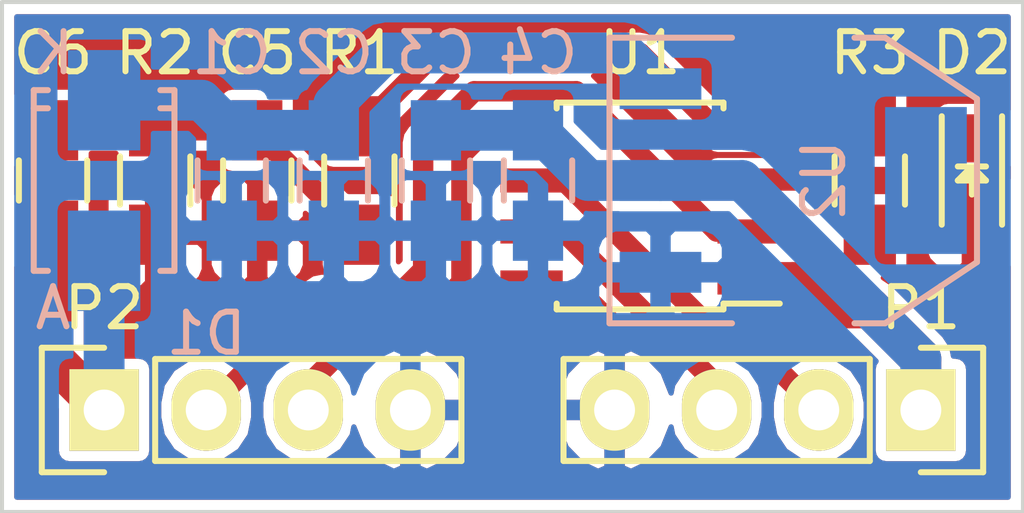
<source format=kicad_pcb>
(kicad_pcb (version 4) (host pcbnew 4.0.0-1rc2.201511201506+6189~38~ubuntu14.04.1-stable)

  (general
    (links 29)
    (no_connects 0)
    (area 233.629999 123.456952 269.62 142.400001)
    (thickness 1.6)
    (drawings 6)
    (tracks 60)
    (zones 0)
    (modules 15)
    (nets 13)
  )

  (page A4)
  (layers
    (0 F.Cu signal)
    (31 B.Cu signal hide)
    (32 B.Adhes user)
    (33 F.Adhes user)
    (34 B.Paste user)
    (35 F.Paste user)
    (36 B.SilkS user)
    (37 F.SilkS user)
    (38 B.Mask user)
    (39 F.Mask user)
    (40 Dwgs.User user hide)
    (41 Cmts.User user hide)
    (42 Eco1.User user hide)
    (43 Eco2.User user hide)
    (44 Edge.Cuts user)
    (45 Margin user hide)
    (46 B.CrtYd user hide)
    (47 F.CrtYd user hide)
    (48 B.Fab user)
    (49 F.Fab user)
  )

  (setup
    (last_trace_width 0.508)
    (trace_clearance 0.254)
    (zone_clearance 0.254)
    (zone_45_only no)
    (trace_min 0.1524)
    (segment_width 0.2)
    (edge_width 0.1)
    (via_size 0.889)
    (via_drill 0.635)
    (via_min_size 0.6858)
    (via_min_drill 0.3302)
    (uvia_size 0.508)
    (uvia_drill 0.127)
    (uvias_allowed no)
    (uvia_min_size 0.508)
    (uvia_min_drill 0.127)
    (pcb_text_width 0.3)
    (pcb_text_size 1.5 1.5)
    (mod_edge_width 0.15)
    (mod_text_size 1 1)
    (mod_text_width 0.15)
    (pad_size 1.5 1.5)
    (pad_drill 0.6)
    (pad_to_mask_clearance 0)
    (aux_axis_origin 0 0)
    (grid_origin 246.38 130.81)
    (visible_elements FFFE7FFF)
    (pcbplotparams
      (layerselection 0x010f0_80000001)
      (usegerberextensions true)
      (excludeedgelayer true)
      (linewidth 0.100000)
      (plotframeref false)
      (viasonmask false)
      (mode 1)
      (useauxorigin false)
      (hpglpennumber 1)
      (hpglpenspeed 20)
      (hpglpendiameter 15)
      (hpglpenoverlay 2)
      (psnegative false)
      (psa4output false)
      (plotreference true)
      (plotvalue false)
      (plotinvisibletext false)
      (padsonsilk false)
      (subtractmaskfromsilk false)
      (outputformat 1)
      (mirror false)
      (drillshape 0)
      (scaleselection 1)
      (outputdirectory GERBER/))
  )

  (net 0 "")
  (net 1 /LINE)
  (net 2 GND)
  (net 3 VDD)
  (net 4 /SBWTDIO)
  (net 5 /SBWTCK)
  (net 6 /DIAL1)
  (net 7 /DIAL2)
  (net 8 /SIGNAL)
  (net 9 /LED)
  (net 10 "Net-(C1-Pad1)")
  (net 11 "Net-(C5-Pad2)")
  (net 12 "Net-(D2-Pad1)")

  (net_class Default "Dit is de standaard class."
    (clearance 0.254)
    (trace_width 0.508)
    (via_dia 0.889)
    (via_drill 0.635)
    (uvia_dia 0.508)
    (uvia_drill 0.127)
    (add_net /DIAL1)
    (add_net /DIAL2)
    (add_net /LED)
    (add_net /SBWTCK)
    (add_net /SBWTDIO)
    (add_net /SIGNAL)
    (add_net "Net-(C5-Pad2)")
    (add_net "Net-(D2-Pad1)")
  )

  (net_class Minimal ""
    (clearance 0.1524)
    (trace_width 0.1524)
    (via_dia 0.6858)
    (via_drill 0.3302)
    (uvia_dia 0.508)
    (uvia_drill 0.127)
  )

  (net_class Power ""
    (clearance 0.254)
    (trace_width 1.016)
    (via_dia 0.889)
    (via_drill 0.635)
    (uvia_dia 0.508)
    (uvia_drill 0.127)
    (add_net /LINE)
    (add_net GND)
    (add_net "Net-(C1-Pad1)")
    (add_net VDD)
  )

  (module Housings_SOIC:SOIC-8_3.9x4.9mm_Pitch1.27mm (layer F.Cu) (tedit 56562A6C) (tstamp 5654D94E)
    (at 249.555 129.54 180)
    (descr "8-Lead Plastic Small Outline (SN) - Narrow, 3.90 mm Body [SOIC] (see Microchip Packaging Specification 00000049BS.pdf)")
    (tags "SOIC 1.27")
    (path /56561E4B)
    (attr smd)
    (fp_text reference U1 (at 0 3.81 180) (layer F.SilkS)
      (effects (font (size 1 1) (thickness 0.15)))
    )
    (fp_text value MSP430G2230ID (at 0 3.5 180) (layer F.Fab) hide
      (effects (font (size 1 1) (thickness 0.15)))
    )
    (fp_line (start -3.75 -2.75) (end -3.75 2.75) (layer F.CrtYd) (width 0.05))
    (fp_line (start 3.75 -2.75) (end 3.75 2.75) (layer F.CrtYd) (width 0.05))
    (fp_line (start -3.75 -2.75) (end 3.75 -2.75) (layer F.CrtYd) (width 0.05))
    (fp_line (start -3.75 2.75) (end 3.75 2.75) (layer F.CrtYd) (width 0.05))
    (fp_line (start -2.075 -2.575) (end -2.075 -2.43) (layer F.SilkS) (width 0.15))
    (fp_line (start 2.075 -2.575) (end 2.075 -2.43) (layer F.SilkS) (width 0.15))
    (fp_line (start 2.075 2.575) (end 2.075 2.43) (layer F.SilkS) (width 0.15))
    (fp_line (start -2.075 2.575) (end -2.075 2.43) (layer F.SilkS) (width 0.15))
    (fp_line (start -2.075 -2.575) (end 2.075 -2.575) (layer F.SilkS) (width 0.15))
    (fp_line (start -2.075 2.575) (end 2.075 2.575) (layer F.SilkS) (width 0.15))
    (fp_line (start -2.075 -2.43) (end -3.475 -2.43) (layer F.SilkS) (width 0.15))
    (pad 1 smd rect (at -2.7 -1.905 180) (size 1.55 0.6) (layers F.Cu F.Paste F.Mask)
      (net 3 VDD))
    (pad 2 smd rect (at -2.7 -0.635 180) (size 1.55 0.6) (layers F.Cu F.Paste F.Mask)
      (net 6 /DIAL1))
    (pad 3 smd rect (at -2.7 0.635 180) (size 1.55 0.6) (layers F.Cu F.Paste F.Mask)
      (net 9 /LED))
    (pad 4 smd rect (at -2.7 1.905 180) (size 1.55 0.6) (layers F.Cu F.Paste F.Mask)
      (net 8 /SIGNAL))
    (pad 5 smd rect (at 2.7 1.905 180) (size 1.55 0.6) (layers F.Cu F.Paste F.Mask)
      (net 7 /DIAL2))
    (pad 6 smd rect (at 2.7 0.635 180) (size 1.55 0.6) (layers F.Cu F.Paste F.Mask)
      (net 4 /SBWTDIO))
    (pad 7 smd rect (at 2.7 -0.635 180) (size 1.55 0.6) (layers F.Cu F.Paste F.Mask)
      (net 5 /SBWTCK))
    (pad 8 smd rect (at 2.7 -1.905 180) (size 1.55 0.6) (layers F.Cu F.Paste F.Mask)
      (net 2 GND))
    (model Housings_SOIC.3dshapes/SOIC-8_3.9x4.9mm_Pitch1.27mm.wrl
      (at (xyz 0 0 0))
      (scale (xyz 1 1 1))
      (rotate (xyz 0 0 0))
    )
  )

  (module Pin_Headers:Pin_Header_Straight_1x04 (layer F.Cu) (tedit 565B114B) (tstamp 5654D868)
    (at 256.54 134.62 270)
    (descr "Through hole pin header")
    (tags "pin header")
    (path /54AC6233)
    (fp_text reference P1 (at -2.54 0 360) (layer F.SilkS)
      (effects (font (size 1 1) (thickness 0.15)))
    )
    (fp_text value CONN_01X04 (at 0 3.81 360) (layer F.Fab) hide
      (effects (font (size 1 1) (thickness 0.15)))
    )
    (fp_line (start -1.75 -1.75) (end -1.75 9.4) (layer F.CrtYd) (width 0.05))
    (fp_line (start 1.75 -1.75) (end 1.75 9.4) (layer F.CrtYd) (width 0.05))
    (fp_line (start -1.75 -1.75) (end 1.75 -1.75) (layer F.CrtYd) (width 0.05))
    (fp_line (start -1.75 9.4) (end 1.75 9.4) (layer F.CrtYd) (width 0.05))
    (fp_line (start -1.27 1.27) (end -1.27 8.89) (layer F.SilkS) (width 0.15))
    (fp_line (start 1.27 1.27) (end 1.27 8.89) (layer F.SilkS) (width 0.15))
    (fp_line (start 1.55 -1.55) (end 1.55 0) (layer F.SilkS) (width 0.15))
    (fp_line (start -1.27 8.89) (end 1.27 8.89) (layer F.SilkS) (width 0.15))
    (fp_line (start 1.27 1.27) (end -1.27 1.27) (layer F.SilkS) (width 0.15))
    (fp_line (start -1.55 0) (end -1.55 -1.55) (layer F.SilkS) (width 0.15))
    (fp_line (start -1.55 -1.55) (end 1.55 -1.55) (layer F.SilkS) (width 0.15))
    (pad 1 thru_hole rect (at 0 0 270) (size 2.032 1.7272) (drill 1.016) (layers *.Cu *.Mask F.SilkS)
      (net 3 VDD))
    (pad 2 thru_hole oval (at 0 2.54 270) (size 2.032 1.7272) (drill 1.016) (layers *.Cu *.Mask F.SilkS)
      (net 4 /SBWTDIO))
    (pad 3 thru_hole oval (at 0 5.08 270) (size 2.032 1.7272) (drill 1.016) (layers *.Cu *.Mask F.SilkS)
      (net 5 /SBWTCK))
    (pad 4 thru_hole oval (at 0 7.62 270) (size 2.032 1.7272) (drill 1.016) (layers *.Cu *.Mask F.SilkS)
      (net 2 GND))
    (model Pin_Headers.3dshapes/Pin_Header_Straight_1x04.wrl
      (at (xyz 0 -0.15 0))
      (scale (xyz 1 1 1))
      (rotate (xyz 0 0 90))
    )
  )

  (module Pin_Headers:Pin_Header_Straight_1x04 (layer F.Cu) (tedit 565B0EB4) (tstamp 5654D870)
    (at 236.22 134.62 90)
    (descr "Through hole pin header")
    (tags "pin header")
    (path /54AC66C3)
    (fp_text reference P2 (at 2.54 0 180) (layer F.SilkS)
      (effects (font (size 1 1) (thickness 0.15)))
    )
    (fp_text value CONN_01X04 (at 0 3.81 180) (layer F.Fab) hide
      (effects (font (size 1 1) (thickness 0.15)))
    )
    (fp_line (start -1.75 -1.75) (end -1.75 9.4) (layer F.CrtYd) (width 0.05))
    (fp_line (start 1.75 -1.75) (end 1.75 9.4) (layer F.CrtYd) (width 0.05))
    (fp_line (start -1.75 -1.75) (end 1.75 -1.75) (layer F.CrtYd) (width 0.05))
    (fp_line (start -1.75 9.4) (end 1.75 9.4) (layer F.CrtYd) (width 0.05))
    (fp_line (start -1.27 1.27) (end -1.27 8.89) (layer F.SilkS) (width 0.15))
    (fp_line (start 1.27 1.27) (end 1.27 8.89) (layer F.SilkS) (width 0.15))
    (fp_line (start 1.55 -1.55) (end 1.55 0) (layer F.SilkS) (width 0.15))
    (fp_line (start -1.27 8.89) (end 1.27 8.89) (layer F.SilkS) (width 0.15))
    (fp_line (start 1.27 1.27) (end -1.27 1.27) (layer F.SilkS) (width 0.15))
    (fp_line (start -1.55 0) (end -1.55 -1.55) (layer F.SilkS) (width 0.15))
    (fp_line (start -1.55 -1.55) (end 1.55 -1.55) (layer F.SilkS) (width 0.15))
    (pad 1 thru_hole rect (at 0 0 90) (size 2.032 1.7272) (drill 1.016) (layers *.Cu *.Mask F.SilkS)
      (net 1 /LINE))
    (pad 2 thru_hole oval (at 0 2.54 90) (size 2.032 1.7272) (drill 1.016) (layers *.Cu *.Mask F.SilkS)
      (net 6 /DIAL1))
    (pad 3 thru_hole oval (at 0 5.08 90) (size 2.032 1.7272) (drill 1.016) (layers *.Cu *.Mask F.SilkS)
      (net 7 /DIAL2))
    (pad 4 thru_hole oval (at 0 7.62 90) (size 2.032 1.7272) (drill 1.016) (layers *.Cu *.Mask F.SilkS)
      (net 2 GND))
    (model Pin_Headers.3dshapes/Pin_Header_Straight_1x04.wrl
      (at (xyz 0 -0.15 0))
      (scale (xyz 1 1 1))
      (rotate (xyz 0 0 90))
    )
  )

  (module TO_SOT_Packages_SMD:SOT-223 (layer B.Cu) (tedit 56562B4E) (tstamp 5654D956)
    (at 253.365 128.905 90)
    (descr "module CMS SOT223 4 pins")
    (tags "CMS SOT")
    (path /54AD9BFB)
    (attr smd)
    (fp_text reference U2 (at 0 0.762 90) (layer B.SilkS)
      (effects (font (size 1 1) (thickness 0.15)) (justify mirror))
    )
    (fp_text value LD1117S33TR (at 0 -0.762 90) (layer B.Fab) hide
      (effects (font (size 1 1) (thickness 0.15)) (justify mirror))
    )
    (fp_line (start -3.556 -1.524) (end -3.556 -4.572) (layer B.SilkS) (width 0.15))
    (fp_line (start -3.556 -4.572) (end 3.556 -4.572) (layer B.SilkS) (width 0.15))
    (fp_line (start 3.556 -4.572) (end 3.556 -1.524) (layer B.SilkS) (width 0.15))
    (fp_line (start -3.556 1.524) (end -3.556 2.286) (layer B.SilkS) (width 0.15))
    (fp_line (start -3.556 2.286) (end -2.032 4.572) (layer B.SilkS) (width 0.15))
    (fp_line (start -2.032 4.572) (end 2.032 4.572) (layer B.SilkS) (width 0.15))
    (fp_line (start 2.032 4.572) (end 3.556 2.286) (layer B.SilkS) (width 0.15))
    (fp_line (start 3.556 2.286) (end 3.556 1.524) (layer B.SilkS) (width 0.15))
    (pad 4 smd rect (at 0 3.302 90) (size 3.6576 2.032) (layers B.Cu B.Paste B.Mask))
    (pad 2 smd rect (at 0 -3.302 90) (size 1.016 2.032) (layers B.Cu B.Paste B.Mask)
      (net 3 VDD))
    (pad 3 smd rect (at 2.286 -3.302 90) (size 1.016 2.032) (layers B.Cu B.Paste B.Mask)
      (net 10 "Net-(C1-Pad1)"))
    (pad 1 smd rect (at -2.286 -3.302 90) (size 1.016 2.032) (layers B.Cu B.Paste B.Mask)
      (net 2 GND))
    (model TO_SOT_Packages_SMD.3dshapes/SOT-223.wrl
      (at (xyz 0 0 0))
      (scale (xyz 0.4 0.4 0.4))
      (rotate (xyz 0 0 0))
    )
  )

  (module Capacitors_SMD:C_0805_HandSoldering (layer B.Cu) (tedit 565B148C) (tstamp 565613D2)
    (at 239.395 128.905 270)
    (descr "Capacitor SMD 0805, hand soldering")
    (tags "capacitor 0805")
    (path /54AD915D)
    (attr smd)
    (fp_text reference C1 (at -3.175 0 540) (layer B.SilkS)
      (effects (font (size 1 1) (thickness 0.15)) (justify mirror))
    )
    (fp_text value 1uF (at 0 0 270) (layer B.Fab) hide
      (effects (font (size 1 1) (thickness 0.15)) (justify mirror))
    )
    (fp_line (start -2.3 1) (end 2.3 1) (layer B.CrtYd) (width 0.05))
    (fp_line (start -2.3 -1) (end 2.3 -1) (layer B.CrtYd) (width 0.05))
    (fp_line (start -2.3 1) (end -2.3 -1) (layer B.CrtYd) (width 0.05))
    (fp_line (start 2.3 1) (end 2.3 -1) (layer B.CrtYd) (width 0.05))
    (fp_line (start 0.5 0.85) (end -0.5 0.85) (layer B.SilkS) (width 0.15))
    (fp_line (start -0.5 -0.85) (end 0.5 -0.85) (layer B.SilkS) (width 0.15))
    (pad 1 smd rect (at -1.25 0 270) (size 1.5 1.25) (layers B.Cu B.Paste B.Mask)
      (net 10 "Net-(C1-Pad1)"))
    (pad 2 smd rect (at 1.25 0 270) (size 1.5 1.25) (layers B.Cu B.Paste B.Mask)
      (net 2 GND))
    (model Capacitors_SMD.3dshapes/C_0805_HandSoldering.wrl
      (at (xyz 0 0 0))
      (scale (xyz 1 1 1))
      (rotate (xyz 0 0 0))
    )
  )

  (module Capacitors_SMD:C_0805_HandSoldering (layer B.Cu) (tedit 56562B6A) (tstamp 565613D7)
    (at 241.935 128.905 270)
    (descr "Capacitor SMD 0805, hand soldering")
    (tags "capacitor 0805")
    (path /54A44742)
    (attr smd)
    (fp_text reference C2 (at -3.175 0 360) (layer B.SilkS)
      (effects (font (size 1 1) (thickness 0.15)) (justify mirror))
    )
    (fp_text value 100nF (at 0 -2.1 270) (layer B.Fab) hide
      (effects (font (size 1 1) (thickness 0.15)) (justify mirror))
    )
    (fp_line (start -2.3 1) (end 2.3 1) (layer B.CrtYd) (width 0.05))
    (fp_line (start -2.3 -1) (end 2.3 -1) (layer B.CrtYd) (width 0.05))
    (fp_line (start -2.3 1) (end -2.3 -1) (layer B.CrtYd) (width 0.05))
    (fp_line (start 2.3 1) (end 2.3 -1) (layer B.CrtYd) (width 0.05))
    (fp_line (start 0.5 0.85) (end -0.5 0.85) (layer B.SilkS) (width 0.15))
    (fp_line (start -0.5 -0.85) (end 0.5 -0.85) (layer B.SilkS) (width 0.15))
    (pad 1 smd rect (at -1.25 0 270) (size 1.5 1.25) (layers B.Cu B.Paste B.Mask)
      (net 10 "Net-(C1-Pad1)"))
    (pad 2 smd rect (at 1.25 0 270) (size 1.5 1.25) (layers B.Cu B.Paste B.Mask)
      (net 2 GND))
    (model Capacitors_SMD.3dshapes/C_0805_HandSoldering.wrl
      (at (xyz 0 0 0))
      (scale (xyz 1 1 1))
      (rotate (xyz 0 0 0))
    )
  )

  (module Capacitors_SMD:C_0805_HandSoldering (layer B.Cu) (tedit 56562B62) (tstamp 565613DC)
    (at 244.475 128.905 270)
    (descr "Capacitor SMD 0805, hand soldering")
    (tags "capacitor 0805")
    (path /54AD9D57)
    (attr smd)
    (fp_text reference C3 (at -3.175 0 360) (layer B.SilkS)
      (effects (font (size 1 1) (thickness 0.15)) (justify mirror))
    )
    (fp_text value 1uF (at 0 -2.1 270) (layer B.Fab) hide
      (effects (font (size 1 1) (thickness 0.15)) (justify mirror))
    )
    (fp_line (start -2.3 1) (end 2.3 1) (layer B.CrtYd) (width 0.05))
    (fp_line (start -2.3 -1) (end 2.3 -1) (layer B.CrtYd) (width 0.05))
    (fp_line (start -2.3 1) (end -2.3 -1) (layer B.CrtYd) (width 0.05))
    (fp_line (start 2.3 1) (end 2.3 -1) (layer B.CrtYd) (width 0.05))
    (fp_line (start 0.5 0.85) (end -0.5 0.85) (layer B.SilkS) (width 0.15))
    (fp_line (start -0.5 -0.85) (end 0.5 -0.85) (layer B.SilkS) (width 0.15))
    (pad 1 smd rect (at -1.25 0 270) (size 1.5 1.25) (layers B.Cu B.Paste B.Mask)
      (net 3 VDD))
    (pad 2 smd rect (at 1.25 0 270) (size 1.5 1.25) (layers B.Cu B.Paste B.Mask)
      (net 2 GND))
    (model Capacitors_SMD.3dshapes/C_0805_HandSoldering.wrl
      (at (xyz 0 0 0))
      (scale (xyz 1 1 1))
      (rotate (xyz 0 0 0))
    )
  )

  (module Capacitors_SMD:C_0805_HandSoldering (layer B.Cu) (tedit 56562B67) (tstamp 565613E1)
    (at 247.015 128.905 270)
    (descr "Capacitor SMD 0805, hand soldering")
    (tags "capacitor 0805")
    (path /54AD9DA7)
    (attr smd)
    (fp_text reference C4 (at -3.175 0 360) (layer B.SilkS)
      (effects (font (size 1 1) (thickness 0.15)) (justify mirror))
    )
    (fp_text value 100nF (at 0 -2.1 270) (layer B.Fab) hide
      (effects (font (size 1 1) (thickness 0.15)) (justify mirror))
    )
    (fp_line (start -2.3 1) (end 2.3 1) (layer B.CrtYd) (width 0.05))
    (fp_line (start -2.3 -1) (end 2.3 -1) (layer B.CrtYd) (width 0.05))
    (fp_line (start -2.3 1) (end -2.3 -1) (layer B.CrtYd) (width 0.05))
    (fp_line (start 2.3 1) (end 2.3 -1) (layer B.CrtYd) (width 0.05))
    (fp_line (start 0.5 0.85) (end -0.5 0.85) (layer B.SilkS) (width 0.15))
    (fp_line (start -0.5 -0.85) (end 0.5 -0.85) (layer B.SilkS) (width 0.15))
    (pad 1 smd rect (at -1.25 0 270) (size 1.5 1.25) (layers B.Cu B.Paste B.Mask)
      (net 3 VDD))
    (pad 2 smd rect (at 1.25 0 270) (size 1.5 1.25) (layers B.Cu B.Paste B.Mask)
      (net 2 GND))
    (model Capacitors_SMD.3dshapes/C_0805_HandSoldering.wrl
      (at (xyz 0 0 0))
      (scale (xyz 1 1 1))
      (rotate (xyz 0 0 0))
    )
  )

  (module Capacitors_SMD:C_0805_HandSoldering (layer F.Cu) (tedit 565B167D) (tstamp 565613E6)
    (at 240.03 128.905 90)
    (descr "Capacitor SMD 0805, hand soldering")
    (tags "capacitor 0805")
    (path /5654DA0F)
    (attr smd)
    (fp_text reference C5 (at 3.175 0 360) (layer F.SilkS)
      (effects (font (size 1 1) (thickness 0.15)))
    )
    (fp_text value 100nF (at 0 2.1 90) (layer F.Fab) hide
      (effects (font (size 1 1) (thickness 0.15)))
    )
    (fp_line (start -2.3 -1) (end 2.3 -1) (layer F.CrtYd) (width 0.05))
    (fp_line (start -2.3 1) (end 2.3 1) (layer F.CrtYd) (width 0.05))
    (fp_line (start -2.3 -1) (end -2.3 1) (layer F.CrtYd) (width 0.05))
    (fp_line (start 2.3 -1) (end 2.3 1) (layer F.CrtYd) (width 0.05))
    (fp_line (start 0.5 -0.85) (end -0.5 -0.85) (layer F.SilkS) (width 0.15))
    (fp_line (start -0.5 0.85) (end 0.5 0.85) (layer F.SilkS) (width 0.15))
    (pad 1 smd rect (at -1.25 0 90) (size 1.5 1.25) (layers F.Cu F.Paste F.Mask)
      (net 2 GND))
    (pad 2 smd rect (at 1.25 0 90) (size 1.5 1.25) (layers F.Cu F.Paste F.Mask)
      (net 11 "Net-(C5-Pad2)"))
    (model Capacitors_SMD.3dshapes/C_0805_HandSoldering.wrl
      (at (xyz 0 0 0))
      (scale (xyz 1 1 1))
      (rotate (xyz 0 0 0))
    )
  )

  (module Capacitors_SMD:C_0805_HandSoldering (layer F.Cu) (tedit 565B1159) (tstamp 565613EB)
    (at 234.95 128.905 90)
    (descr "Capacitor SMD 0805, hand soldering")
    (tags "capacitor 0805")
    (path /54A446CB)
    (attr smd)
    (fp_text reference C6 (at 3.175 0 180) (layer F.SilkS)
      (effects (font (size 1 1) (thickness 0.15)))
    )
    (fp_text value 1uF (at 0 0 90) (layer F.Fab) hide
      (effects (font (size 1 1) (thickness 0.15)))
    )
    (fp_line (start -2.3 -1) (end 2.3 -1) (layer F.CrtYd) (width 0.05))
    (fp_line (start -2.3 1) (end 2.3 1) (layer F.CrtYd) (width 0.05))
    (fp_line (start -2.3 -1) (end -2.3 1) (layer F.CrtYd) (width 0.05))
    (fp_line (start 2.3 -1) (end 2.3 1) (layer F.CrtYd) (width 0.05))
    (fp_line (start 0.5 -0.85) (end -0.5 -0.85) (layer F.SilkS) (width 0.15))
    (fp_line (start -0.5 0.85) (end 0.5 0.85) (layer F.SilkS) (width 0.15))
    (pad 1 smd rect (at -1.25 0 90) (size 1.5 1.25) (layers F.Cu F.Paste F.Mask)
      (net 1 /LINE))
    (pad 2 smd rect (at 1.25 0 90) (size 1.5 1.25) (layers F.Cu F.Paste F.Mask)
      (net 11 "Net-(C5-Pad2)"))
    (model Capacitors_SMD.3dshapes/C_0805_HandSoldering.wrl
      (at (xyz 0 0 0))
      (scale (xyz 1 1 1))
      (rotate (xyz 0 0 0))
    )
  )

  (module Resistors_SMD:R_0805_HandSoldering (layer F.Cu) (tedit 565B1156) (tstamp 565613F0)
    (at 242.57 128.905 90)
    (descr "Resistor SMD 0805, hand soldering")
    (tags "resistor 0805")
    (path /54AC4851)
    (attr smd)
    (fp_text reference R1 (at 3.175 0 180) (layer F.SilkS)
      (effects (font (size 1 1) (thickness 0.15)))
    )
    (fp_text value 1K (at 0 0 90) (layer F.Fab) hide
      (effects (font (size 1 1) (thickness 0.15)))
    )
    (fp_line (start -2.4 -1) (end 2.4 -1) (layer F.CrtYd) (width 0.05))
    (fp_line (start -2.4 1) (end 2.4 1) (layer F.CrtYd) (width 0.05))
    (fp_line (start -2.4 -1) (end -2.4 1) (layer F.CrtYd) (width 0.05))
    (fp_line (start 2.4 -1) (end 2.4 1) (layer F.CrtYd) (width 0.05))
    (fp_line (start 0.6 0.875) (end -0.6 0.875) (layer F.SilkS) (width 0.15))
    (fp_line (start -0.6 -0.875) (end 0.6 -0.875) (layer F.SilkS) (width 0.15))
    (pad 1 smd rect (at -1.35 0 90) (size 1.5 1.3) (layers F.Cu F.Paste F.Mask)
      (net 11 "Net-(C5-Pad2)"))
    (pad 2 smd rect (at 1.35 0 90) (size 1.5 1.3) (layers F.Cu F.Paste F.Mask)
      (net 8 /SIGNAL))
    (model Resistors_SMD.3dshapes/R_0805_HandSoldering.wrl
      (at (xyz 0 0 0))
      (scale (xyz 1 1 1))
      (rotate (xyz 0 0 0))
    )
  )

  (module Resistors_SMD:R_0805_HandSoldering (layer F.Cu) (tedit 565B137E) (tstamp 565613F5)
    (at 237.49 128.905 90)
    (descr "Resistor SMD 0805, hand soldering")
    (tags "resistor 0805")
    (path /5654DE43)
    (attr smd)
    (fp_text reference R2 (at 3.175 0 180) (layer F.SilkS)
      (effects (font (size 1 1) (thickness 0.15)))
    )
    (fp_text value 1K (at 0 0 90) (layer F.Fab) hide
      (effects (font (size 1 1) (thickness 0.15)))
    )
    (fp_line (start -2.4 -1) (end 2.4 -1) (layer F.CrtYd) (width 0.05))
    (fp_line (start -2.4 1) (end 2.4 1) (layer F.CrtYd) (width 0.05))
    (fp_line (start -2.4 -1) (end -2.4 1) (layer F.CrtYd) (width 0.05))
    (fp_line (start 2.4 -1) (end 2.4 1) (layer F.CrtYd) (width 0.05))
    (fp_line (start 0.6 0.875) (end -0.6 0.875) (layer F.SilkS) (width 0.15))
    (fp_line (start -0.6 -0.875) (end 0.6 -0.875) (layer F.SilkS) (width 0.15))
    (pad 1 smd rect (at -1.35 0 90) (size 1.5 1.3) (layers F.Cu F.Paste F.Mask)
      (net 2 GND))
    (pad 2 smd rect (at 1.35 0 90) (size 1.5 1.3) (layers F.Cu F.Paste F.Mask)
      (net 11 "Net-(C5-Pad2)"))
    (model Resistors_SMD.3dshapes/R_0805_HandSoldering.wrl
      (at (xyz 0 0 0))
      (scale (xyz 1 1 1))
      (rotate (xyz 0 0 0))
    )
  )

  (module Resistors_SMD:R_0805_HandSoldering (layer F.Cu) (tedit 565B156B) (tstamp 565613FA)
    (at 255.27 128.905 270)
    (descr "Resistor SMD 0805, hand soldering")
    (tags "resistor 0805")
    (path /54AC53B7)
    (attr smd)
    (fp_text reference R3 (at -3.175 0 360) (layer F.SilkS)
      (effects (font (size 1 1) (thickness 0.15)))
    )
    (fp_text value 1K (at 0 0 270) (layer F.Fab) hide
      (effects (font (size 1 1) (thickness 0.15)))
    )
    (fp_line (start -2.4 -1) (end 2.4 -1) (layer F.CrtYd) (width 0.05))
    (fp_line (start -2.4 1) (end 2.4 1) (layer F.CrtYd) (width 0.05))
    (fp_line (start -2.4 -1) (end -2.4 1) (layer F.CrtYd) (width 0.05))
    (fp_line (start 2.4 -1) (end 2.4 1) (layer F.CrtYd) (width 0.05))
    (fp_line (start 0.6 0.875) (end -0.6 0.875) (layer F.SilkS) (width 0.15))
    (fp_line (start -0.6 -0.875) (end 0.6 -0.875) (layer F.SilkS) (width 0.15))
    (pad 1 smd rect (at -1.35 0 270) (size 1.5 1.3) (layers F.Cu F.Paste F.Mask)
      (net 12 "Net-(D2-Pad1)"))
    (pad 2 smd rect (at 1.35 0 270) (size 1.5 1.3) (layers F.Cu F.Paste F.Mask)
      (net 9 /LED))
    (model Resistors_SMD.3dshapes/R_0805_HandSoldering.wrl
      (at (xyz 0 0 0))
      (scale (xyz 1 1 1))
      (rotate (xyz 0 0 0))
    )
  )

  (module Diodes_SMD:SMA_Standard (layer B.Cu) (tedit 565B1695) (tstamp 565B1398)
    (at 236.22 128.905 270)
    (descr "Diode SMA")
    (tags "Diode SMA")
    (path /5654C185)
    (attr smd)
    (fp_text reference D1 (at 3.81 -2.54 360) (layer B.SilkS)
      (effects (font (size 1 1) (thickness 0.15)) (justify mirror))
    )
    (fp_text value D (at 0 -4.3 270) (layer B.Fab)
      (effects (font (size 1 1) (thickness 0.15)) (justify mirror))
    )
    (fp_line (start -3.5 2) (end 3.5 2) (layer B.CrtYd) (width 0.05))
    (fp_line (start 3.5 2) (end 3.5 -2) (layer B.CrtYd) (width 0.05))
    (fp_line (start 3.5 -2) (end -3.5 -2) (layer B.CrtYd) (width 0.05))
    (fp_line (start -3.5 -2) (end -3.5 2) (layer B.CrtYd) (width 0.05))
    (fp_text user K (at -3.175 1.27 540) (layer B.SilkS)
      (effects (font (size 1 1) (thickness 0.15)) (justify mirror))
    )
    (fp_text user A (at 3.175 1.27 360) (layer B.SilkS)
      (effects (font (size 1 1) (thickness 0.15)) (justify mirror))
    )
    (fp_circle (center 0 0) (end 0.20066 0.0508) (layer B.Adhes) (width 0.381))
    (fp_line (start -1.79914 -1.75006) (end -1.79914 -1.39954) (layer B.SilkS) (width 0.15))
    (fp_line (start -1.79914 1.75006) (end -1.79914 1.39954) (layer B.SilkS) (width 0.15))
    (fp_line (start 2.25044 -1.75006) (end 2.25044 -1.39954) (layer B.SilkS) (width 0.15))
    (fp_line (start -2.25044 -1.75006) (end -2.25044 -1.39954) (layer B.SilkS) (width 0.15))
    (fp_line (start -2.25044 1.75006) (end -2.25044 1.39954) (layer B.SilkS) (width 0.15))
    (fp_line (start 2.25044 1.75006) (end 2.25044 1.39954) (layer B.SilkS) (width 0.15))
    (fp_line (start -2.25044 -1.75006) (end 2.25044 -1.75006) (layer B.SilkS) (width 0.15))
    (fp_line (start -2.25044 1.75006) (end 2.25044 1.75006) (layer B.SilkS) (width 0.15))
    (pad 1 smd rect (at -1.99898 0 270) (size 2.49936 1.80086) (layers B.Cu B.Paste B.Mask)
      (net 10 "Net-(C1-Pad1)"))
    (pad 2 smd rect (at 1.99898 0 270) (size 2.49936 1.80086) (layers B.Cu B.Paste B.Mask)
      (net 1 /LINE))
    (model Diodes_SMD.3dshapes/SMA_Standard.wrl
      (at (xyz 0 0 0))
      (scale (xyz 0.3937 0.3937 0.3937))
      (rotate (xyz 0 0 180))
    )
  )

  (module LEDs:LED-0805 (layer F.Cu) (tedit 565B1563) (tstamp 565B13AC)
    (at 257.81 128.905 270)
    (descr "LED 0805 smd package")
    (tags "LED 0805 SMD")
    (path /54AC51CA)
    (attr smd)
    (fp_text reference D2 (at -3.175 0 360) (layer F.SilkS)
      (effects (font (size 1 1) (thickness 0.15)))
    )
    (fp_text value LED (at 0 1.75 270) (layer F.Fab)
      (effects (font (size 1 1) (thickness 0.15)))
    )
    (fp_line (start -1.6 0.75) (end 1.1 0.75) (layer F.SilkS) (width 0.15))
    (fp_line (start -1.6 -0.75) (end 1.1 -0.75) (layer F.SilkS) (width 0.15))
    (fp_line (start -0.1 0.15) (end -0.1 -0.1) (layer F.SilkS) (width 0.15))
    (fp_line (start -0.1 -0.1) (end -0.25 0.05) (layer F.SilkS) (width 0.15))
    (fp_line (start -0.35 -0.35) (end -0.35 0.35) (layer F.SilkS) (width 0.15))
    (fp_line (start 0 0) (end 0.35 0) (layer F.SilkS) (width 0.15))
    (fp_line (start -0.35 0) (end 0 -0.35) (layer F.SilkS) (width 0.15))
    (fp_line (start 0 -0.35) (end 0 0.35) (layer F.SilkS) (width 0.15))
    (fp_line (start 0 0.35) (end -0.35 0) (layer F.SilkS) (width 0.15))
    (fp_line (start 1.9 -0.95) (end 1.9 0.95) (layer F.CrtYd) (width 0.05))
    (fp_line (start 1.9 0.95) (end -1.9 0.95) (layer F.CrtYd) (width 0.05))
    (fp_line (start -1.9 0.95) (end -1.9 -0.95) (layer F.CrtYd) (width 0.05))
    (fp_line (start -1.9 -0.95) (end 1.9 -0.95) (layer F.CrtYd) (width 0.05))
    (pad 2 smd rect (at 1.04902 0 90) (size 1.19888 1.19888) (layers F.Cu F.Paste F.Mask)
      (net 2 GND))
    (pad 1 smd rect (at -1.04902 0 90) (size 1.19888 1.19888) (layers F.Cu F.Paste F.Mask)
      (net 12 "Net-(D2-Pad1)"))
    (model LEDs.3dshapes/LED-0805.wrl
      (at (xyz 0 0 0))
      (scale (xyz 1 1 1))
      (rotate (xyz 0 0 0))
    )
  )

  (gr_line (start 233.68 124.46) (end 233.68 137.16) (angle 90) (layer Edge.Cuts) (width 0.1))
  (gr_line (start 259.08 124.46) (end 259.08 137.16) (angle 90) (layer Edge.Cuts) (width 0.1))
  (dimension 12.7 (width 0.3) (layer Dwgs.User)
    (gr_text "12,700 mm" (at 262.97 130.81 90) (layer Dwgs.User)
      (effects (font (size 1.5 1.5) (thickness 0.3)))
    )
    (feature1 (pts (xy 261.62 124.46) (xy 264.32 124.46)))
    (feature2 (pts (xy 261.62 137.16) (xy 264.32 137.16)))
    (crossbar (pts (xy 261.62 137.16) (xy 261.62 124.46)))
    (arrow1a (pts (xy 261.62 124.46) (xy 262.206421 125.586504)))
    (arrow1b (pts (xy 261.62 124.46) (xy 261.033579 125.586504)))
    (arrow2a (pts (xy 261.62 137.16) (xy 262.206421 136.033496)))
    (arrow2b (pts (xy 261.62 137.16) (xy 261.033579 136.033496)))
  )
  (dimension 25.4 (width 0.3) (layer Dwgs.User)
    (gr_text "25,400 mm" (at 246.38 141.05) (layer Dwgs.User)
      (effects (font (size 1.5 1.5) (thickness 0.3)))
    )
    (feature1 (pts (xy 259.08 139.7) (xy 259.08 142.4)))
    (feature2 (pts (xy 233.68 139.7) (xy 233.68 142.4)))
    (crossbar (pts (xy 233.68 139.7) (xy 259.08 139.7)))
    (arrow1a (pts (xy 259.08 139.7) (xy 257.953496 140.286421)))
    (arrow1b (pts (xy 259.08 139.7) (xy 257.953496 139.113579)))
    (arrow2a (pts (xy 233.68 139.7) (xy 234.806504 140.286421)))
    (arrow2b (pts (xy 233.68 139.7) (xy 234.806504 139.113579)))
  )
  (gr_line (start 259.08 124.46) (end 233.68 124.46) (angle 90) (layer Edge.Cuts) (width 0.1))
  (gr_line (start 233.68 137.16) (end 259.08 137.16) (angle 90) (layer Edge.Cuts) (width 0.1))

  (segment (start 236.22 134.62) (end 234.95 133.35) (width 1.016) (layer F.Cu) (net 1))
  (segment (start 236.22 134.62) (end 236.22 130.90398) (width 1.016) (layer B.Cu) (net 1))
  (segment (start 234.95 133.35) (end 234.95 130.155) (width 1.016) (layer F.Cu) (net 1) (tstamp 565B1049))
  (segment (start 247.015 127.655) (end 248.265 128.905) (width 1.016) (layer B.Cu) (net 3))
  (segment (start 248.265 128.905) (end 250.063 128.905) (width 1.016) (layer B.Cu) (net 3) (tstamp 565B162C))
  (segment (start 244.475 127.655) (end 247.015 127.655) (width 1.016) (layer B.Cu) (net 3) (status 30))
  (segment (start 256.54 134.62) (end 256.54 133.35) (width 1.016) (layer B.Cu) (net 3))
  (segment (start 256.54 133.35) (end 252.095 128.905) (width 1.016) (layer B.Cu) (net 3) (tstamp 565B1105))
  (segment (start 252.095 128.905) (end 250.063 128.905) (width 1.016) (layer B.Cu) (net 3) (tstamp 565B1106))
  (segment (start 256.54 134.62) (end 256.54 133.35) (width 1.016) (layer F.Cu) (net 3))
  (segment (start 253.365 131.445) (end 252.255 131.445) (width 1.016) (layer F.Cu) (net 3) (tstamp 565B0F31))
  (segment (start 254 132.08) (end 253.365 131.445) (width 1.016) (layer F.Cu) (net 3) (tstamp 565B0F30))
  (segment (start 255.27 132.08) (end 254 132.08) (width 1.016) (layer F.Cu) (net 3) (tstamp 565B0F2F))
  (segment (start 256.54 133.35) (end 255.27 132.08) (width 1.016) (layer F.Cu) (net 3) (tstamp 565B0F2E))
  (segment (start 246.855 128.905) (end 247.65 128.905) (width 0.508) (layer F.Cu) (net 4))
  (segment (start 252.095 132.715) (end 254 134.62) (width 0.508) (layer F.Cu) (net 4) (tstamp 565B0F58))
  (segment (start 251.46 132.715) (end 252.095 132.715) (width 0.508) (layer F.Cu) (net 4) (tstamp 565B0F56))
  (segment (start 249.555 130.81) (end 251.46 132.715) (width 0.508) (layer F.Cu) (net 4) (tstamp 565B0F54))
  (segment (start 248.285 129.54) (end 249.555 130.81) (width 0.508) (layer F.Cu) (net 4) (tstamp 565B0F51))
  (segment (start 247.65 128.905) (end 248.285 129.54) (width 0.508) (layer F.Cu) (net 4) (tstamp 565B0F4B))
  (segment (start 254 135.255) (end 254 134.62) (width 0.508) (layer F.Cu) (net 4))
  (segment (start 246.855 130.175) (end 247.65 130.175) (width 0.508) (layer F.Cu) (net 5))
  (segment (start 247.65 130.175) (end 251.46 133.985) (width 0.508) (layer F.Cu) (net 5) (tstamp 565B0F72))
  (segment (start 251.46 133.985) (end 251.46 134.62) (width 0.508) (layer F.Cu) (net 5) (tstamp 565B0F77))
  (segment (start 251.46 130.175) (end 252.255 130.175) (width 0.508) (layer F.Cu) (net 6))
  (segment (start 241.6175 131.7625) (end 238.76 134.62) (width 0.508) (layer F.Cu) (net 6) (tstamp 565B10A3))
  (segment (start 244.1575 131.1275) (end 243.5225 131.7625) (width 0.508) (layer F.Cu) (net 6) (tstamp 565B1083))
  (segment (start 244.1575 127.9525) (end 244.1575 131.1275) (width 0.508) (layer F.Cu) (net 6) (tstamp 565B107F))
  (segment (start 245.4275 126.6825) (end 244.1575 127.9525) (width 0.508) (layer F.Cu) (net 6) (tstamp 565B1073))
  (segment (start 247.9675 126.6825) (end 245.4275 126.6825) (width 0.508) (layer F.Cu) (net 6) (tstamp 565B1069))
  (segment (start 251.46 130.175) (end 247.9675 126.6825) (width 0.508) (layer F.Cu) (net 6) (tstamp 565B105F))
  (segment (start 243.5225 131.7625) (end 241.6175 131.7625) (width 0.508) (layer F.Cu) (net 6))
  (segment (start 241.3 134.62) (end 241.3 133.985) (width 0.508) (layer F.Cu) (net 7))
  (segment (start 241.3 133.985) (end 242.57 132.715) (width 0.508) (layer F.Cu) (net 7) (tstamp 565B1095))
  (segment (start 242.57 132.715) (end 243.84 132.715) (width 0.508) (layer F.Cu) (net 7) (tstamp 565B109A))
  (segment (start 243.84 132.715) (end 245.11 131.445) (width 0.508) (layer F.Cu) (net 7) (tstamp 565B109B))
  (segment (start 246.855 127.635) (end 245.745 127.635) (width 0.508) (layer F.Cu) (net 7))
  (segment (start 245.11 128.27) (end 245.11 131.445) (width 0.508) (layer F.Cu) (net 7) (tstamp 565B1059))
  (segment (start 245.745 127.635) (end 245.11 128.27) (width 0.508) (layer F.Cu) (net 7) (tstamp 565B1058))
  (segment (start 242.57 127.555) (end 242.65 127.555) (width 0.508) (layer F.Cu) (net 8))
  (segment (start 242.65 127.555) (end 244.475 125.73) (width 0.508) (layer F.Cu) (net 8) (tstamp 565B10B2))
  (segment (start 244.475 125.73) (end 249.555 125.73) (width 0.508) (layer F.Cu) (net 8) (tstamp 565B10B4))
  (segment (start 249.555 125.73) (end 251.46 127.635) (width 0.508) (layer F.Cu) (net 8) (tstamp 565B10B5))
  (segment (start 251.46 127.635) (end 252.255 127.635) (width 0.508) (layer F.Cu) (net 8) (tstamp 565B10BC))
  (segment (start 252.255 128.905) (end 253.92 128.905) (width 0.508) (layer F.Cu) (net 9))
  (segment (start 253.92 128.905) (end 255.27 130.255) (width 0.508) (layer F.Cu) (net 9) (tstamp 565B0F2B))
  (segment (start 241.935 127.655) (end 241.935 127) (width 1.016) (layer B.Cu) (net 10))
  (segment (start 241.935 127) (end 243.205 125.73) (width 1.016) (layer B.Cu) (net 10) (tstamp 565B1594))
  (segment (start 249.174 125.73) (end 250.063 126.619) (width 1.016) (layer B.Cu) (net 10) (tstamp 565B1596))
  (segment (start 243.205 125.73) (end 249.174 125.73) (width 1.016) (layer B.Cu) (net 10) (tstamp 565B1595))
  (segment (start 239.395 127.655) (end 241.935 127.655) (width 1.016) (layer B.Cu) (net 10))
  (segment (start 236.22 126.90602) (end 238.64602 126.90602) (width 1.016) (layer B.Cu) (net 10))
  (segment (start 238.64602 126.90602) (end 239.395 127.655) (width 1.016) (layer B.Cu) (net 10) (tstamp 565B158D))
  (segment (start 237.49 127.555) (end 237.59 127.655) (width 0.508) (layer F.Cu) (net 11))
  (segment (start 237.59 127.655) (end 240.03 127.655) (width 0.508) (layer F.Cu) (net 11) (tstamp 565B161B))
  (segment (start 234.95 127.655) (end 237.39 127.655) (width 0.508) (layer F.Cu) (net 11))
  (segment (start 242.57 130.255) (end 240.03 127.715) (width 0.508) (layer F.Cu) (net 11))
  (segment (start 257.81 127.85598) (end 255.57098 127.85598) (width 0.508) (layer F.Cu) (net 12))
  (segment (start 255.57098 127.85598) (end 255.27 127.555) (width 0.508) (layer F.Cu) (net 12) (tstamp 565B172B))
  (segment (start 257.81 127.85598) (end 257.50902 127.555) (width 0.508) (layer F.Cu) (net 12))

  (zone (net 2) (net_name GND) (layer F.Cu) (tstamp 56562654) (hatch edge 0.508)
    (connect_pads (clearance 0.254))
    (min_thickness 0.127)
    (fill yes (arc_segments 16) (thermal_gap 0.508) (thermal_bridge_width 0.508))
    (polygon
      (pts
        (xy 259.08 137.16) (xy 233.68 137.16) (xy 233.68 124.46) (xy 259.08 124.46) (xy 259.08 137.16)
      )
    )
    (filled_polygon
      (pts
        (xy 258.7125 127.146742) (xy 258.711021 127.138882) (xy 258.641485 127.030819) (xy 258.535385 126.958325) (xy 258.40944 126.93282)
        (xy 257.21056 126.93282) (xy 257.092902 126.954959) (xy 256.984839 127.024495) (xy 256.912345 127.130595) (xy 256.88684 127.25654)
        (xy 256.88684 127.28448) (xy 256.24372 127.28448) (xy 256.24372 126.805) (xy 256.221581 126.687342) (xy 256.152045 126.579279)
        (xy 256.045945 126.506785) (xy 255.92 126.48128) (xy 254.62 126.48128) (xy 254.502342 126.503419) (xy 254.394279 126.572955)
        (xy 254.321785 126.679055) (xy 254.29628 126.805) (xy 254.29628 128.305) (xy 254.318419 128.422658) (xy 254.387955 128.530721)
        (xy 254.494055 128.603215) (xy 254.62 128.62872) (xy 255.92 128.62872) (xy 256.037658 128.606581) (xy 256.145721 128.537045)
        (xy 256.218215 128.430945) (xy 256.218917 128.42748) (xy 256.88684 128.42748) (xy 256.88684 128.45542) (xy 256.908979 128.573078)
        (xy 256.978515 128.681141) (xy 257.084615 128.753635) (xy 257.21056 128.77914) (xy 258.40944 128.77914) (xy 258.527098 128.757001)
        (xy 258.635161 128.687465) (xy 258.707655 128.581365) (xy 258.7125 128.55744) (xy 258.7125 128.861525) (xy 258.523119 128.78308)
        (xy 258.143375 128.78308) (xy 258.0005 128.925955) (xy 258.0005 129.76352) (xy 258.0205 129.76352) (xy 258.0205 130.14452)
        (xy 258.0005 130.14452) (xy 258.0005 130.982085) (xy 258.143375 131.12496) (xy 258.523119 131.12496) (xy 258.7125 131.046515)
        (xy 258.7125 136.7925) (xy 234.0475 136.7925) (xy 234.0475 131.060081) (xy 234.092955 131.130721) (xy 234.1245 131.152274)
        (xy 234.1245 133.35) (xy 234.187337 133.665906) (xy 234.366283 133.933717) (xy 235.03268 134.600113) (xy 235.03268 135.636)
        (xy 235.054819 135.753658) (xy 235.124355 135.861721) (xy 235.230455 135.934215) (xy 235.3564 135.95972) (xy 237.0836 135.95972)
        (xy 237.201258 135.937581) (xy 237.309321 135.868045) (xy 237.381815 135.761945) (xy 237.40732 135.636) (xy 237.40732 133.604)
        (xy 237.385181 133.486342) (xy 237.315645 133.378279) (xy 237.209545 133.305785) (xy 237.0836 133.28028) (xy 236.047714 133.28028)
        (xy 235.7755 133.008066) (xy 235.7755 131.153274) (xy 235.800721 131.137045) (xy 235.873215 131.030945) (xy 235.89872 130.905)
        (xy 235.89872 130.588375) (xy 236.2685 130.588375) (xy 236.2685 131.118678) (xy 236.355506 131.328728) (xy 236.516271 131.489494)
        (xy 236.726321 131.5765) (xy 237.156625 131.5765) (xy 237.2995 131.433625) (xy 237.2995 130.4455) (xy 237.6805 130.4455)
        (xy 237.6805 131.433625) (xy 237.823375 131.5765) (xy 238.253679 131.5765) (xy 238.463729 131.489494) (xy 238.624494 131.328728)
        (xy 238.7115 131.118678) (xy 238.7115 130.588375) (xy 238.6115 130.488375) (xy 238.8335 130.488375) (xy 238.8335 131.018678)
        (xy 238.920506 131.228728) (xy 239.081271 131.389494) (xy 239.291321 131.4765) (xy 239.696625 131.4765) (xy 239.8395 131.333625)
        (xy 239.8395 130.3455) (xy 240.2205 130.3455) (xy 240.2205 131.333625) (xy 240.363375 131.4765) (xy 240.768679 131.4765)
        (xy 240.978729 131.389494) (xy 241.139494 131.228728) (xy 241.2265 131.018678) (xy 241.2265 130.488375) (xy 241.083625 130.3455)
        (xy 240.2205 130.3455) (xy 239.8395 130.3455) (xy 238.976375 130.3455) (xy 238.8335 130.488375) (xy 238.6115 130.488375)
        (xy 238.568625 130.4455) (xy 237.6805 130.4455) (xy 237.2995 130.4455) (xy 236.411375 130.4455) (xy 236.2685 130.588375)
        (xy 235.89872 130.588375) (xy 235.89872 129.405) (xy 235.896147 129.391322) (xy 236.2685 129.391322) (xy 236.2685 129.921625)
        (xy 236.411375 130.0645) (xy 237.2995 130.0645) (xy 237.2995 129.076375) (xy 237.6805 129.076375) (xy 237.6805 130.0645)
        (xy 238.568625 130.0645) (xy 238.7115 129.921625) (xy 238.7115 129.391322) (xy 238.670079 129.291322) (xy 238.8335 129.291322)
        (xy 238.8335 129.821625) (xy 238.976375 129.9645) (xy 239.8395 129.9645) (xy 239.8395 128.976375) (xy 239.696625 128.8335)
        (xy 239.291321 128.8335) (xy 239.081271 128.920506) (xy 238.920506 129.081272) (xy 238.8335 129.291322) (xy 238.670079 129.291322)
        (xy 238.624494 129.181272) (xy 238.463729 129.020506) (xy 238.253679 128.9335) (xy 237.823375 128.9335) (xy 237.6805 129.076375)
        (xy 237.2995 129.076375) (xy 237.156625 128.9335) (xy 236.726321 128.9335) (xy 236.516271 129.020506) (xy 236.355506 129.181272)
        (xy 236.2685 129.391322) (xy 235.896147 129.391322) (xy 235.876581 129.287342) (xy 235.807045 129.179279) (xy 235.700945 129.106785)
        (xy 235.575 129.08128) (xy 234.325 129.08128) (xy 234.207342 129.103419) (xy 234.099279 129.172955) (xy 234.0475 129.248737)
        (xy 234.0475 128.560081) (xy 234.092955 128.630721) (xy 234.199055 128.703215) (xy 234.325 128.72872) (xy 235.575 128.72872)
        (xy 235.692658 128.706581) (xy 235.800721 128.637045) (xy 235.873215 128.530945) (xy 235.89872 128.405) (xy 235.89872 128.2265)
        (xy 236.51628 128.2265) (xy 236.51628 128.305) (xy 236.538419 128.422658) (xy 236.607955 128.530721) (xy 236.714055 128.603215)
        (xy 236.84 128.62872) (xy 238.14 128.62872) (xy 238.257658 128.606581) (xy 238.365721 128.537045) (xy 238.438215 128.430945)
        (xy 238.46372 128.305) (xy 238.46372 128.2265) (xy 239.08128 128.2265) (xy 239.08128 128.405) (xy 239.103419 128.522658)
        (xy 239.172955 128.630721) (xy 239.279055 128.703215) (xy 239.405 128.72872) (xy 240.235496 128.72872) (xy 240.351826 128.845049)
        (xy 240.2205 128.976375) (xy 240.2205 129.9645) (xy 241.083625 129.9645) (xy 241.2265 129.821625) (xy 241.2265 129.719723)
        (xy 241.59628 130.089503) (xy 241.59628 131.005) (xy 241.618419 131.122658) (xy 241.662395 131.191) (xy 241.6175 131.191)
        (xy 241.398796 131.234503) (xy 241.213388 131.358388) (xy 241.213386 131.358391) (xy 239.217687 133.354089) (xy 239.211987 133.350281)
        (xy 238.76 133.260375) (xy 238.308013 133.350281) (xy 237.924836 133.606311) (xy 237.668806 133.989488) (xy 237.5789 134.441475)
        (xy 237.5789 134.798525) (xy 237.668806 135.250512) (xy 237.924836 135.633689) (xy 238.308013 135.889719) (xy 238.76 135.979625)
        (xy 239.211987 135.889719) (xy 239.595164 135.633689) (xy 239.851194 135.250512) (xy 239.9411 134.798525) (xy 239.9411 134.441475)
        (xy 239.908855 134.279369) (xy 240.229084 133.959139) (xy 240.208806 133.989488) (xy 240.1189 134.441475) (xy 240.1189 134.798525)
        (xy 240.208806 135.250512) (xy 240.464836 135.633689) (xy 240.848013 135.889719) (xy 241.3 135.979625) (xy 241.751987 135.889719)
        (xy 242.135164 135.633689) (xy 242.391194 135.250512) (xy 242.433167 135.039498) (xy 242.638438 135.553403) (xy 243.028778 135.953771)
        (xy 243.429333 136.147487) (xy 243.6495 136.050506) (xy 243.6495 134.8105) (xy 244.0305 134.8105) (xy 244.0305 136.050506)
        (xy 244.250667 136.147487) (xy 244.651222 135.953771) (xy 245.041562 135.553403) (xy 245.248975 135.034135) (xy 247.511025 135.034135)
        (xy 247.718438 135.553403) (xy 248.108778 135.953771) (xy 248.509333 136.147487) (xy 248.7295 136.050506) (xy 248.7295 134.8105)
        (xy 247.630303 134.8105) (xy 247.511025 135.034135) (xy 245.248975 135.034135) (xy 245.129697 134.8105) (xy 244.0305 134.8105)
        (xy 243.6495 134.8105) (xy 243.6295 134.8105) (xy 243.6295 134.4295) (xy 243.6495 134.4295) (xy 243.6495 134.4095)
        (xy 244.0305 134.4095) (xy 244.0305 134.4295) (xy 245.129697 134.4295) (xy 245.248975 134.205865) (xy 247.511025 134.205865)
        (xy 247.630303 134.4295) (xy 248.7295 134.4295) (xy 248.7295 133.189494) (xy 248.509333 133.092513) (xy 248.108778 133.286229)
        (xy 247.718438 133.686597) (xy 247.511025 134.205865) (xy 245.248975 134.205865) (xy 245.041562 133.686597) (xy 244.651222 133.286229)
        (xy 244.264177 133.099047) (xy 245.5085 131.854723) (xy 245.5085 131.858679) (xy 245.595506 132.068729) (xy 245.756272 132.229494)
        (xy 245.966322 132.3165) (xy 246.521625 132.3165) (xy 246.6645 132.173625) (xy 246.6645 131.595) (xy 246.6445 131.595)
        (xy 246.6445 131.295) (xy 246.6645 131.295) (xy 246.6645 131.2345) (xy 247.0455 131.2345) (xy 247.0455 131.295)
        (xy 247.0655 131.295) (xy 247.0655 131.595) (xy 247.0455 131.595) (xy 247.0455 132.173625) (xy 247.188375 132.3165)
        (xy 247.743678 132.3165) (xy 247.953728 132.229494) (xy 248.114494 132.068729) (xy 248.2015 131.858679) (xy 248.2015 131.737875)
        (xy 248.099127 131.635502) (xy 248.2015 131.635502) (xy 248.2015 131.534724) (xy 250.483946 133.817169) (xy 250.368806 133.989488)
        (xy 250.326833 134.200502) (xy 250.121562 133.686597) (xy 249.731222 133.286229) (xy 249.330667 133.092513) (xy 249.1105 133.189494)
        (xy 249.1105 134.4295) (xy 249.1305 134.4295) (xy 249.1305 134.8105) (xy 249.1105 134.8105) (xy 249.1105 136.050506)
        (xy 249.330667 136.147487) (xy 249.731222 135.953771) (xy 250.121562 135.553403) (xy 250.326833 135.039498) (xy 250.368806 135.250512)
        (xy 250.624836 135.633689) (xy 251.008013 135.889719) (xy 251.46 135.979625) (xy 251.911987 135.889719) (xy 252.295164 135.633689)
        (xy 252.551194 135.250512) (xy 252.6411 134.798525) (xy 252.6411 134.441475) (xy 252.551194 133.989488) (xy 252.530916 133.959139)
        (xy 252.851145 134.279368) (xy 252.8189 134.441475) (xy 252.8189 134.798525) (xy 252.908806 135.250512) (xy 253.164836 135.633689)
        (xy 253.548013 135.889719) (xy 254 135.979625) (xy 254.451987 135.889719) (xy 254.835164 135.633689) (xy 255.091194 135.250512)
        (xy 255.1811 134.798525) (xy 255.1811 134.441475) (xy 255.091194 133.989488) (xy 254.835164 133.606311) (xy 254.451987 133.350281)
        (xy 254 133.260375) (xy 253.548013 133.350281) (xy 253.542313 133.35409) (xy 252.499112 132.310888) (xy 252.438667 132.2705)
        (xy 253.023066 132.2705) (xy 253.416281 132.663714) (xy 253.416283 132.663717) (xy 253.684095 132.842663) (xy 254 132.905501)
        (xy 254.000005 132.9055) (xy 254.928066 132.9055) (xy 255.427884 133.405317) (xy 255.378185 133.478055) (xy 255.35268 133.604)
        (xy 255.35268 135.636) (xy 255.374819 135.753658) (xy 255.444355 135.861721) (xy 255.550455 135.934215) (xy 255.6764 135.95972)
        (xy 257.4036 135.95972) (xy 257.521258 135.937581) (xy 257.629321 135.868045) (xy 257.701815 135.761945) (xy 257.72732 135.636)
        (xy 257.72732 133.604) (xy 257.705181 133.486342) (xy 257.635645 133.378279) (xy 257.529545 133.305785) (xy 257.4036 133.28028)
        (xy 257.351632 133.28028) (xy 257.302663 133.034095) (xy 257.302663 133.034094) (xy 257.174752 132.842663) (xy 257.123717 132.766283)
        (xy 257.123714 132.766281) (xy 255.853717 131.496283) (xy 255.602942 131.32872) (xy 255.92 131.32872) (xy 256.037658 131.306581)
        (xy 256.145721 131.237045) (xy 256.218215 131.130945) (xy 256.24372 131.005) (xy 256.24372 130.287395) (xy 256.63906 130.287395)
        (xy 256.63906 130.667138) (xy 256.726066 130.877188) (xy 256.886831 131.037954) (xy 257.096881 131.12496) (xy 257.476625 131.12496)
        (xy 257.6195 130.982085) (xy 257.6195 130.14452) (xy 256.781935 130.14452) (xy 256.63906 130.287395) (xy 256.24372 130.287395)
        (xy 256.24372 129.505) (xy 256.221581 129.387342) (xy 256.152045 129.279279) (xy 256.095878 129.240902) (xy 256.63906 129.240902)
        (xy 256.63906 129.620645) (xy 256.781935 129.76352) (xy 257.6195 129.76352) (xy 257.6195 128.925955) (xy 257.476625 128.78308)
        (xy 257.096881 128.78308) (xy 256.886831 128.870086) (xy 256.726066 129.030852) (xy 256.63906 129.240902) (xy 256.095878 129.240902)
        (xy 256.045945 129.206785) (xy 255.92 129.18128) (xy 255.004503 129.18128) (xy 254.324112 128.500888) (xy 254.303839 128.487342)
        (xy 254.138704 128.377003) (xy 254.102418 128.369785) (xy 253.92 128.333499) (xy 253.919995 128.3335) (xy 253.195044 128.3335)
        (xy 253.155945 128.306785) (xy 253.03 128.28128) (xy 251.48 128.28128) (xy 251.362342 128.303419) (xy 251.254279 128.372955)
        (xy 251.181785 128.479055) (xy 251.15628 128.605) (xy 251.15628 129.063057) (xy 248.394724 126.3015) (xy 249.318276 126.3015)
        (xy 251.055886 128.039109) (xy 251.055888 128.039112) (xy 251.241296 128.162997) (xy 251.255389 128.1658) (xy 251.354055 128.233215)
        (xy 251.48 128.25872) (xy 253.03 128.25872) (xy 253.147658 128.236581) (xy 253.255721 128.167045) (xy 253.328215 128.060945)
        (xy 253.35372 127.935) (xy 253.35372 127.335) (xy 253.331581 127.217342) (xy 253.262045 127.109279) (xy 253.155945 127.036785)
        (xy 253.03 127.01128) (xy 251.644503 127.01128) (xy 249.959112 125.325888) (xy 249.773704 125.202003) (xy 249.737418 125.194785)
        (xy 249.555 125.158499) (xy 249.554995 125.1585) (xy 244.475005 125.1585) (xy 244.475 125.158499) (xy 244.256297 125.202002)
        (xy 244.256295 125.202003) (xy 244.256296 125.202003) (xy 244.070888 125.325888) (xy 244.070886 125.325891) (xy 242.915496 126.48128)
        (xy 241.92 126.48128) (xy 241.802342 126.503419) (xy 241.694279 126.572955) (xy 241.621785 126.679055) (xy 241.59628 126.805)
        (xy 241.59628 128.305) (xy 241.618419 128.422658) (xy 241.687955 128.530721) (xy 241.794055 128.603215) (xy 241.92 128.62872)
        (xy 243.22 128.62872) (xy 243.337658 128.606581) (xy 243.445721 128.537045) (xy 243.518215 128.430945) (xy 243.54372 128.305)
        (xy 243.54372 127.469504) (xy 244.711723 126.3015) (xy 245.000277 126.3015) (xy 243.753388 127.548388) (xy 243.629503 127.733796)
        (xy 243.629503 127.733797) (xy 243.585999 127.9525) (xy 243.586 127.952505) (xy 243.586 130.890777) (xy 243.54372 130.933057)
        (xy 243.54372 129.505) (xy 243.521581 129.387342) (xy 243.452045 129.279279) (xy 243.345945 129.206785) (xy 243.22 129.18128)
        (xy 242.304503 129.18128) (xy 240.97872 127.855496) (xy 240.97872 126.905) (xy 240.956581 126.787342) (xy 240.887045 126.679279)
        (xy 240.780945 126.606785) (xy 240.655 126.58128) (xy 239.405 126.58128) (xy 239.287342 126.603419) (xy 239.179279 126.672955)
        (xy 239.106785 126.779055) (xy 239.08128 126.905) (xy 239.08128 127.0835) (xy 238.46372 127.0835) (xy 238.46372 126.805)
        (xy 238.441581 126.687342) (xy 238.372045 126.579279) (xy 238.265945 126.506785) (xy 238.14 126.48128) (xy 236.84 126.48128)
        (xy 236.722342 126.503419) (xy 236.614279 126.572955) (xy 236.541785 126.679055) (xy 236.51628 126.805) (xy 236.51628 127.0835)
        (xy 235.89872 127.0835) (xy 235.89872 126.905) (xy 235.876581 126.787342) (xy 235.807045 126.679279) (xy 235.700945 126.606785)
        (xy 235.575 126.58128) (xy 234.325 126.58128) (xy 234.207342 126.603419) (xy 234.099279 126.672955) (xy 234.0475 126.748737)
        (xy 234.0475 124.8275) (xy 258.7125 124.8275)
      )
    )
  )
  (zone (net 2) (net_name GND) (layer B.Cu) (tstamp 56562655) (hatch edge 0.508)
    (connect_pads (clearance 0.254))
    (min_thickness 0.127)
    (fill yes (arc_segments 16) (thermal_gap 0.508) (thermal_bridge_width 0.508))
    (polygon
      (pts
        (xy 259.08 137.16) (xy 233.68 137.16) (xy 233.68 124.46) (xy 259.08 124.46) (xy 259.08 137.16)
      )
    )
    (filled_polygon
      (pts
        (xy 258.7125 136.7925) (xy 234.0475 136.7925) (xy 234.0475 129.6543) (xy 234.99585 129.6543) (xy 234.99585 132.15366)
        (xy 235.017989 132.271318) (xy 235.087525 132.379381) (xy 235.193625 132.451875) (xy 235.31957 132.47738) (xy 235.3945 132.47738)
        (xy 235.3945 133.28028) (xy 235.3564 133.28028) (xy 235.238742 133.302419) (xy 235.130679 133.371955) (xy 235.058185 133.478055)
        (xy 235.03268 133.604) (xy 235.03268 135.636) (xy 235.054819 135.753658) (xy 235.124355 135.861721) (xy 235.230455 135.934215)
        (xy 235.3564 135.95972) (xy 237.0836 135.95972) (xy 237.201258 135.937581) (xy 237.309321 135.868045) (xy 237.381815 135.761945)
        (xy 237.40732 135.636) (xy 237.40732 134.441475) (xy 237.5789 134.441475) (xy 237.5789 134.798525) (xy 237.668806 135.250512)
        (xy 237.924836 135.633689) (xy 238.308013 135.889719) (xy 238.76 135.979625) (xy 239.211987 135.889719) (xy 239.595164 135.633689)
        (xy 239.851194 135.250512) (xy 239.9411 134.798525) (xy 239.9411 134.441475) (xy 240.1189 134.441475) (xy 240.1189 134.798525)
        (xy 240.208806 135.250512) (xy 240.464836 135.633689) (xy 240.848013 135.889719) (xy 241.3 135.979625) (xy 241.751987 135.889719)
        (xy 242.135164 135.633689) (xy 242.391194 135.250512) (xy 242.433167 135.039498) (xy 242.638438 135.553403) (xy 243.028778 135.953771)
        (xy 243.429333 136.147487) (xy 243.6495 136.050506) (xy 243.6495 134.8105) (xy 244.0305 134.8105) (xy 244.0305 136.050506)
        (xy 244.250667 136.147487) (xy 244.651222 135.953771) (xy 245.041562 135.553403) (xy 245.248975 135.034135) (xy 247.511025 135.034135)
        (xy 247.718438 135.553403) (xy 248.108778 135.953771) (xy 248.509333 136.147487) (xy 248.7295 136.050506) (xy 248.7295 134.8105)
        (xy 247.630303 134.8105) (xy 247.511025 135.034135) (xy 245.248975 135.034135) (xy 245.129697 134.8105) (xy 244.0305 134.8105)
        (xy 243.6495 134.8105) (xy 243.6295 134.8105) (xy 243.6295 134.4295) (xy 243.6495 134.4295) (xy 243.6495 133.189494)
        (xy 244.0305 133.189494) (xy 244.0305 134.4295) (xy 245.129697 134.4295) (xy 245.248975 134.205865) (xy 247.511025 134.205865)
        (xy 247.630303 134.4295) (xy 248.7295 134.4295) (xy 248.7295 133.189494) (xy 249.1105 133.189494) (xy 249.1105 134.4295)
        (xy 249.1305 134.4295) (xy 249.1305 134.8105) (xy 249.1105 134.8105) (xy 249.1105 136.050506) (xy 249.330667 136.147487)
        (xy 249.731222 135.953771) (xy 250.121562 135.553403) (xy 250.326833 135.039498) (xy 250.368806 135.250512) (xy 250.624836 135.633689)
        (xy 251.008013 135.889719) (xy 251.46 135.979625) (xy 251.911987 135.889719) (xy 252.295164 135.633689) (xy 252.551194 135.250512)
        (xy 252.6411 134.798525) (xy 252.6411 134.441475) (xy 252.8189 134.441475) (xy 252.8189 134.798525) (xy 252.908806 135.250512)
        (xy 253.164836 135.633689) (xy 253.548013 135.889719) (xy 254 135.979625) (xy 254.451987 135.889719) (xy 254.835164 135.633689)
        (xy 255.091194 135.250512) (xy 255.1811 134.798525) (xy 255.1811 134.441475) (xy 255.091194 133.989488) (xy 254.835164 133.606311)
        (xy 254.451987 133.350281) (xy 254 133.260375) (xy 253.548013 133.350281) (xy 253.164836 133.606311) (xy 252.908806 133.989488)
        (xy 252.8189 134.441475) (xy 252.6411 134.441475) (xy 252.551194 133.989488) (xy 252.295164 133.606311) (xy 251.911987 133.350281)
        (xy 251.46 133.260375) (xy 251.008013 133.350281) (xy 250.624836 133.606311) (xy 250.368806 133.989488) (xy 250.326833 134.200502)
        (xy 250.121562 133.686597) (xy 249.731222 133.286229) (xy 249.330667 133.092513) (xy 249.1105 133.189494) (xy 248.7295 133.189494)
        (xy 248.509333 133.092513) (xy 248.108778 133.286229) (xy 247.718438 133.686597) (xy 247.511025 134.205865) (xy 245.248975 134.205865)
        (xy 245.041562 133.686597) (xy 244.651222 133.286229) (xy 244.250667 133.092513) (xy 244.0305 133.189494) (xy 243.6495 133.189494)
        (xy 243.429333 133.092513) (xy 243.028778 133.286229) (xy 242.638438 133.686597) (xy 242.433167 134.200502) (xy 242.391194 133.989488)
        (xy 242.135164 133.606311) (xy 241.751987 133.350281) (xy 241.3 133.260375) (xy 240.848013 133.350281) (xy 240.464836 133.606311)
        (xy 240.208806 133.989488) (xy 240.1189 134.441475) (xy 239.9411 134.441475) (xy 239.851194 133.989488) (xy 239.595164 133.606311)
        (xy 239.211987 133.350281) (xy 238.76 133.260375) (xy 238.308013 133.350281) (xy 237.924836 133.606311) (xy 237.668806 133.989488)
        (xy 237.5789 134.441475) (xy 237.40732 134.441475) (xy 237.40732 133.604) (xy 237.385181 133.486342) (xy 237.315645 133.378279)
        (xy 237.209545 133.305785) (xy 237.0836 133.28028) (xy 237.0455 133.28028) (xy 237.0455 132.47738) (xy 237.12043 132.47738)
        (xy 237.238088 132.455241) (xy 237.346151 132.385705) (xy 237.418645 132.279605) (xy 237.44415 132.15366) (xy 237.44415 131.524375)
        (xy 248.4755 131.524375) (xy 248.4755 131.812678) (xy 248.562506 132.022728) (xy 248.723271 132.183494) (xy 248.933321 132.2705)
        (xy 249.729625 132.2705) (xy 249.8725 132.127625) (xy 249.8725 131.3815) (xy 250.2535 131.3815) (xy 250.2535 132.127625)
        (xy 250.396375 132.2705) (xy 251.192679 132.2705) (xy 251.402729 132.183494) (xy 251.563494 132.022728) (xy 251.6505 131.812678)
        (xy 251.6505 131.524375) (xy 251.507625 131.3815) (xy 250.2535 131.3815) (xy 249.8725 131.3815) (xy 248.618375 131.3815)
        (xy 248.4755 131.524375) (xy 237.44415 131.524375) (xy 237.44415 130.488375) (xy 238.1985 130.488375) (xy 238.1985 131.018678)
        (xy 238.285506 131.228728) (xy 238.446271 131.389494) (xy 238.656321 131.4765) (xy 239.061625 131.4765) (xy 239.2045 131.333625)
        (xy 239.2045 130.3455) (xy 239.5855 130.3455) (xy 239.5855 131.333625) (xy 239.728375 131.4765) (xy 240.133679 131.4765)
        (xy 240.343729 131.389494) (xy 240.504494 131.228728) (xy 240.5915 131.018678) (xy 240.5915 130.488375) (xy 240.7385 130.488375)
        (xy 240.7385 131.018678) (xy 240.825506 131.228728) (xy 240.986271 131.389494) (xy 241.196321 131.4765) (xy 241.601625 131.4765)
        (xy 241.7445 131.333625) (xy 241.7445 130.3455) (xy 242.1255 130.3455) (xy 242.1255 131.333625) (xy 242.268375 131.4765)
        (xy 242.673679 131.4765) (xy 242.883729 131.389494) (xy 243.044494 131.228728) (xy 243.1315 131.018678) (xy 243.1315 130.488375)
        (xy 243.2785 130.488375) (xy 243.2785 131.018678) (xy 243.365506 131.228728) (xy 243.526271 131.389494) (xy 243.736321 131.4765)
        (xy 244.141625 131.4765) (xy 244.2845 131.333625) (xy 244.2845 130.3455) (xy 244.6655 130.3455) (xy 244.6655 131.333625)
        (xy 244.808375 131.4765) (xy 245.213679 131.4765) (xy 245.423729 131.389494) (xy 245.584494 131.228728) (xy 245.6715 131.018678)
        (xy 245.6715 130.488375) (xy 245.8185 130.488375) (xy 245.8185 131.018678) (xy 245.905506 131.228728) (xy 246.066271 131.389494)
        (xy 246.276321 131.4765) (xy 246.681625 131.4765) (xy 246.8245 131.333625) (xy 246.8245 130.3455) (xy 247.2055 130.3455)
        (xy 247.2055 131.333625) (xy 247.348375 131.4765) (xy 247.753679 131.4765) (xy 247.963729 131.389494) (xy 248.124494 131.228728)
        (xy 248.2115 131.018678) (xy 248.2115 130.569322) (xy 248.4755 130.569322) (xy 248.4755 130.857625) (xy 248.618375 131.0005)
        (xy 249.8725 131.0005) (xy 249.8725 130.254375) (xy 250.2535 130.254375) (xy 250.2535 131.0005) (xy 251.507625 131.0005)
        (xy 251.6505 130.857625) (xy 251.6505 130.569322) (xy 251.563494 130.359272) (xy 251.402729 130.198506) (xy 251.192679 130.1115)
        (xy 250.396375 130.1115) (xy 250.2535 130.254375) (xy 249.8725 130.254375) (xy 249.729625 130.1115) (xy 248.933321 130.1115)
        (xy 248.723271 130.198506) (xy 248.562506 130.359272) (xy 248.4755 130.569322) (xy 248.2115 130.569322) (xy 248.2115 130.488375)
        (xy 248.068625 130.3455) (xy 247.2055 130.3455) (xy 246.8245 130.3455) (xy 245.961375 130.3455) (xy 245.8185 130.488375)
        (xy 245.6715 130.488375) (xy 245.528625 130.3455) (xy 244.6655 130.3455) (xy 244.2845 130.3455) (xy 243.421375 130.3455)
        (xy 243.2785 130.488375) (xy 243.1315 130.488375) (xy 242.988625 130.3455) (xy 242.1255 130.3455) (xy 241.7445 130.3455)
        (xy 240.881375 130.3455) (xy 240.7385 130.488375) (xy 240.5915 130.488375) (xy 240.448625 130.3455) (xy 239.5855 130.3455)
        (xy 239.2045 130.3455) (xy 238.341375 130.3455) (xy 238.1985 130.488375) (xy 237.44415 130.488375) (xy 237.44415 129.6543)
        (xy 237.422011 129.536642) (xy 237.352475 129.428579) (xy 237.246375 129.356085) (xy 237.12043 129.33058) (xy 235.31957 129.33058)
        (xy 235.201912 129.352719) (xy 235.093849 129.422255) (xy 235.021355 129.528355) (xy 234.99585 129.6543) (xy 234.0475 129.6543)
        (xy 234.0475 129.291322) (xy 238.1985 129.291322) (xy 238.1985 129.821625) (xy 238.341375 129.9645) (xy 239.2045 129.9645)
        (xy 239.2045 128.976375) (xy 239.5855 128.976375) (xy 239.5855 129.9645) (xy 240.448625 129.9645) (xy 240.5915 129.821625)
        (xy 240.5915 129.291322) (xy 240.7385 129.291322) (xy 240.7385 129.821625) (xy 240.881375 129.9645) (xy 241.7445 129.9645)
        (xy 241.7445 128.976375) (xy 242.1255 128.976375) (xy 242.1255 129.9645) (xy 242.988625 129.9645) (xy 243.1315 129.821625)
        (xy 243.1315 129.291322) (xy 243.2785 129.291322) (xy 243.2785 129.821625) (xy 243.421375 129.9645) (xy 244.2845 129.9645)
        (xy 244.2845 128.976375) (xy 244.6655 128.976375) (xy 244.6655 129.9645) (xy 245.528625 129.9645) (xy 245.6715 129.821625)
        (xy 245.6715 129.291322) (xy 245.8185 129.291322) (xy 245.8185 129.821625) (xy 245.961375 129.9645) (xy 246.8245 129.9645)
        (xy 246.8245 128.976375) (xy 246.681625 128.8335) (xy 246.276321 128.8335) (xy 246.066271 128.920506) (xy 245.905506 129.081272)
        (xy 245.8185 129.291322) (xy 245.6715 129.291322) (xy 245.584494 129.081272) (xy 245.423729 128.920506) (xy 245.213679 128.8335)
        (xy 244.808375 128.8335) (xy 244.6655 128.976375) (xy 244.2845 128.976375) (xy 244.141625 128.8335) (xy 243.736321 128.8335)
        (xy 243.526271 128.920506) (xy 243.365506 129.081272) (xy 243.2785 129.291322) (xy 243.1315 129.291322) (xy 243.044494 129.081272)
        (xy 242.883729 128.920506) (xy 242.673679 128.8335) (xy 242.268375 128.8335) (xy 242.1255 128.976375) (xy 241.7445 128.976375)
        (xy 241.601625 128.8335) (xy 241.196321 128.8335) (xy 240.986271 128.920506) (xy 240.825506 129.081272) (xy 240.7385 129.291322)
        (xy 240.5915 129.291322) (xy 240.504494 129.081272) (xy 240.343729 128.920506) (xy 240.133679 128.8335) (xy 239.728375 128.8335)
        (xy 239.5855 128.976375) (xy 239.2045 128.976375) (xy 239.061625 128.8335) (xy 238.656321 128.8335) (xy 238.446271 128.920506)
        (xy 238.285506 129.081272) (xy 238.1985 129.291322) (xy 234.0475 129.291322) (xy 234.0475 125.65634) (xy 234.99585 125.65634)
        (xy 234.99585 128.1557) (xy 235.017989 128.273358) (xy 235.087525 128.381421) (xy 235.193625 128.453915) (xy 235.31957 128.47942)
        (xy 237.12043 128.47942) (xy 237.238088 128.457281) (xy 237.346151 128.387745) (xy 237.418645 128.281645) (xy 237.44415 128.1557)
        (xy 237.44415 127.73152) (xy 238.304086 127.73152) (xy 238.44628 127.873713) (xy 238.44628 128.405) (xy 238.468419 128.522658)
        (xy 238.537955 128.630721) (xy 238.644055 128.703215) (xy 238.77 128.72872) (xy 240.02 128.72872) (xy 240.137658 128.706581)
        (xy 240.245721 128.637045) (xy 240.318215 128.530945) (xy 240.328431 128.4805) (xy 241.000486 128.4805) (xy 241.008419 128.522658)
        (xy 241.077955 128.630721) (xy 241.184055 128.703215) (xy 241.31 128.72872) (xy 242.56 128.72872) (xy 242.677658 128.706581)
        (xy 242.785721 128.637045) (xy 242.858215 128.530945) (xy 242.88372 128.405) (xy 242.88372 127.218714) (xy 243.197433 126.905)
        (xy 243.52628 126.905) (xy 243.52628 128.405) (xy 243.548419 128.522658) (xy 243.617955 128.630721) (xy 243.724055 128.703215)
        (xy 243.85 128.72872) (xy 245.1 128.72872) (xy 245.217658 128.706581) (xy 245.325721 128.637045) (xy 245.398215 128.530945)
        (xy 245.408431 128.4805) (xy 246.080486 128.4805) (xy 246.088419 128.522658) (xy 246.157955 128.630721) (xy 246.264055 128.703215)
        (xy 246.39 128.72872) (xy 246.921286 128.72872) (xy 247.2055 129.012934) (xy 247.2055 129.9645) (xy 248.068625 129.9645)
        (xy 248.2115 129.821625) (xy 248.2115 129.719859) (xy 248.265 129.730501) (xy 248.265005 129.7305) (xy 249.016285 129.7305)
        (xy 249.047 129.73672) (xy 251.079 129.73672) (xy 251.112056 129.7305) (xy 251.753066 129.7305) (xy 255.427884 133.405317)
        (xy 255.378185 133.478055) (xy 255.35268 133.604) (xy 255.35268 135.636) (xy 255.374819 135.753658) (xy 255.444355 135.861721)
        (xy 255.550455 135.934215) (xy 255.6764 135.95972) (xy 257.4036 135.95972) (xy 257.521258 135.937581) (xy 257.629321 135.868045)
        (xy 257.701815 135.761945) (xy 257.72732 135.636) (xy 257.72732 133.604) (xy 257.705181 133.486342) (xy 257.635645 133.378279)
        (xy 257.529545 133.305785) (xy 257.4036 133.28028) (xy 257.351632 133.28028) (xy 257.302663 133.034095) (xy 257.302663 133.034094)
        (xy 257.230987 132.926824) (xy 257.123717 132.766283) (xy 257.123714 132.766281) (xy 252.678717 128.321283) (xy 252.410906 128.142337)
        (xy 252.095 128.0795) (xy 251.109715 128.0795) (xy 251.079 128.07328) (xy 249.047 128.07328) (xy 249.013944 128.0795)
        (xy 248.606934 128.0795) (xy 247.96372 127.436286) (xy 247.96372 126.905) (xy 247.941581 126.787342) (xy 247.872045 126.679279)
        (xy 247.765945 126.606785) (xy 247.64 126.58128) (xy 246.39 126.58128) (xy 246.272342 126.603419) (xy 246.164279 126.672955)
        (xy 246.091785 126.779055) (xy 246.081569 126.8295) (xy 245.409514 126.8295) (xy 245.401581 126.787342) (xy 245.332045 126.679279)
        (xy 245.225945 126.606785) (xy 245.1 126.58128) (xy 243.85 126.58128) (xy 243.732342 126.603419) (xy 243.624279 126.672955)
        (xy 243.551785 126.779055) (xy 243.52628 126.905) (xy 243.197433 126.905) (xy 243.546933 126.5555) (xy 248.72328 126.5555)
        (xy 248.72328 127.127) (xy 248.745419 127.244658) (xy 248.814955 127.352721) (xy 248.921055 127.425215) (xy 249.047 127.45072)
        (xy 251.079 127.45072) (xy 251.196658 127.428581) (xy 251.304721 127.359045) (xy 251.377215 127.252945) (xy 251.40272 127.127)
        (xy 251.40272 127.0762) (xy 255.32728 127.0762) (xy 255.32728 130.7338) (xy 255.349419 130.851458) (xy 255.418955 130.959521)
        (xy 255.525055 131.032015) (xy 255.651 131.05752) (xy 257.683 131.05752) (xy 257.800658 131.035381) (xy 257.908721 130.965845)
        (xy 257.981215 130.859745) (xy 258.00672 130.7338) (xy 258.00672 127.0762) (xy 257.984581 126.958542) (xy 257.915045 126.850479)
        (xy 257.808945 126.777985) (xy 257.683 126.75248) (xy 255.651 126.75248) (xy 255.533342 126.774619) (xy 255.425279 126.844155)
        (xy 255.352785 126.950255) (xy 255.32728 127.0762) (xy 251.40272 127.0762) (xy 251.40272 126.111) (xy 251.380581 125.993342)
        (xy 251.311045 125.885279) (xy 251.204945 125.812785) (xy 251.079 125.78728) (xy 250.398714 125.78728) (xy 249.757717 125.146283)
        (xy 249.489906 124.967337) (xy 249.174 124.9045) (xy 243.205 124.9045) (xy 242.889094 124.967337) (xy 242.781824 125.039013)
        (xy 242.621283 125.146283) (xy 242.621281 125.146286) (xy 241.351283 126.416283) (xy 241.231118 126.596123) (xy 241.192342 126.603419)
        (xy 241.084279 126.672955) (xy 241.011785 126.779055) (xy 241.001569 126.8295) (xy 240.329514 126.8295) (xy 240.321581 126.787342)
        (xy 240.252045 126.679279) (xy 240.145945 126.606785) (xy 240.02 126.58128) (xy 239.488714 126.58128) (xy 239.229737 126.322303)
        (xy 238.961926 126.143357) (xy 238.64602 126.08052) (xy 237.44415 126.08052) (xy 237.44415 125.65634) (xy 237.422011 125.538682)
        (xy 237.352475 125.430619) (xy 237.246375 125.358125) (xy 237.12043 125.33262) (xy 235.31957 125.33262) (xy 235.201912 125.354759)
        (xy 235.093849 125.424295) (xy 235.021355 125.530395) (xy 234.99585 125.65634) (xy 234.0475 125.65634) (xy 234.0475 124.8275)
        (xy 258.7125 124.8275)
      )
    )
  )
)

</source>
